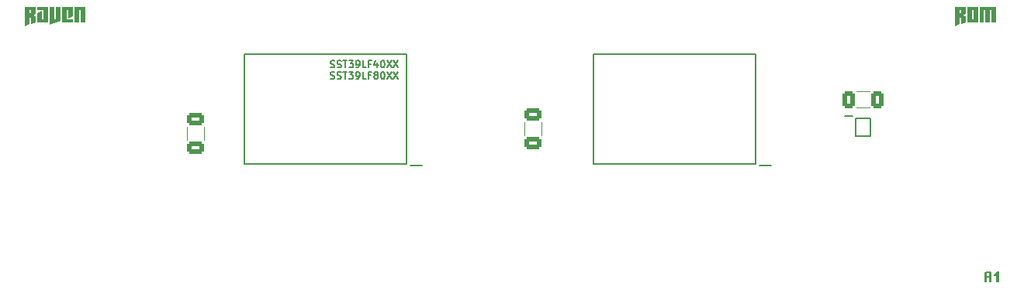
<source format=gto>
G04 #@! TF.GenerationSoftware,KiCad,Pcbnew,9.0.0*
G04 #@! TF.CreationDate,2025-04-30T20:38:20+02:00*
G04 #@! TF.ProjectId,simm72_rom_smd,73696d6d-3732-45f7-926f-6d5f736d642e,A1*
G04 #@! TF.SameCoordinates,Original*
G04 #@! TF.FileFunction,Legend,Top*
G04 #@! TF.FilePolarity,Positive*
%FSLAX46Y46*%
G04 Gerber Fmt 4.6, Leading zero omitted, Abs format (unit mm)*
G04 Created by KiCad (PCBNEW 9.0.0) date 2025-04-30 20:38:20*
%MOMM*%
%LPD*%
G01*
G04 APERTURE LIST*
G04 Aperture macros list*
%AMRoundRect*
0 Rectangle with rounded corners*
0 $1 Rounding radius*
0 $2 $3 $4 $5 $6 $7 $8 $9 X,Y pos of 4 corners*
0 Add a 4 corners polygon primitive as box body*
4,1,4,$2,$3,$4,$5,$6,$7,$8,$9,$2,$3,0*
0 Add four circle primitives for the rounded corners*
1,1,$1+$1,$2,$3*
1,1,$1+$1,$4,$5*
1,1,$1+$1,$6,$7*
1,1,$1+$1,$8,$9*
0 Add four rect primitives between the rounded corners*
20,1,$1+$1,$2,$3,$4,$5,0*
20,1,$1+$1,$4,$5,$6,$7,0*
20,1,$1+$1,$6,$7,$8,$9,0*
20,1,$1+$1,$8,$9,$2,$3,0*%
G04 Aperture macros list end*
%ADD10C,0.150000*%
%ADD11C,0.190500*%
%ADD12C,0.200000*%
%ADD13C,0.120000*%
%ADD14R,1.040000X2.540000*%
%ADD15R,1.300000X0.300000*%
%ADD16RoundRect,0.250000X-0.650000X0.412500X-0.650000X-0.412500X0.650000X-0.412500X0.650000X0.412500X0*%
%ADD17R,0.850000X0.300000*%
%ADD18RoundRect,0.250000X0.412500X0.650000X-0.412500X0.650000X-0.412500X-0.650000X0.412500X-0.650000X0*%
G04 APERTURE END LIST*
D10*
G36*
X157141533Y-113550121D02*
G01*
X157197953Y-113561722D01*
X157302550Y-113619669D01*
X157331887Y-113673106D01*
X157350361Y-113734467D01*
X157356864Y-113805110D01*
X157355765Y-114767000D01*
X157084105Y-114767000D01*
X157083006Y-114247251D01*
X156830765Y-114247251D01*
X156831864Y-114767000D01*
X156561120Y-114767000D01*
X156561120Y-113793325D01*
X156565837Y-113752659D01*
X156830765Y-113752659D01*
X156830765Y-114063580D01*
X157083006Y-114063580D01*
X157083006Y-113756262D01*
X157068627Y-113733120D01*
X157033822Y-113723594D01*
X156887185Y-113723594D01*
X156866668Y-113725426D01*
X156845144Y-113730005D01*
X156830765Y-113752659D01*
X156565837Y-113752659D01*
X156567884Y-113735010D01*
X156588451Y-113676253D01*
X156623677Y-113616433D01*
X156726168Y-113558425D01*
X156777459Y-113547495D01*
X156825635Y-113539923D01*
X157088227Y-113539923D01*
X157141533Y-113550121D01*
G37*
G36*
X158144180Y-114767000D02*
G01*
X157871422Y-114767000D01*
X157871422Y-114070419D01*
X157609930Y-114070419D01*
X157609930Y-113949030D01*
X157919599Y-113539923D01*
X158144180Y-113539923D01*
X158144180Y-114767000D01*
G37*
G36*
X154514431Y-85406251D02*
G01*
X154220423Y-85518236D01*
X154514431Y-85630344D01*
X154514431Y-86274290D01*
X154010497Y-86442329D01*
X154010497Y-85770295D01*
X153846182Y-85714241D01*
X153846182Y-86498260D01*
X153342248Y-86694265D01*
X153342248Y-85322231D01*
X153846182Y-85322231D01*
X154010497Y-85266300D01*
X154010497Y-84958309D01*
X153846182Y-84958309D01*
X153846182Y-85322231D01*
X153342248Y-85322231D01*
X153342248Y-84650319D01*
X154514431Y-84650319D01*
X154514431Y-85406251D01*
G37*
G36*
X155856789Y-86276000D02*
G01*
X154684607Y-86276000D01*
X154684607Y-85968009D01*
X155188541Y-85968009D01*
X155352855Y-85968009D01*
X155352855Y-84958309D01*
X155188541Y-84958309D01*
X155188541Y-85968009D01*
X154684607Y-85968009D01*
X154684607Y-84650319D01*
X155856789Y-84650319D01*
X155856789Y-86276000D01*
G37*
G36*
X156026966Y-86274290D02*
G01*
X156026966Y-84650319D01*
X157867397Y-84650319D01*
X157867397Y-86274290D01*
X157363463Y-86274290D01*
X157363463Y-84958309D01*
X157199148Y-84958309D01*
X157199148Y-86274290D01*
X156695214Y-86274290D01*
X156695214Y-84958309D01*
X156530900Y-84958309D01*
X156530900Y-86274290D01*
X156026966Y-86274290D01*
G37*
D11*
X85204470Y-91218777D02*
X85313328Y-91255062D01*
X85313328Y-91255062D02*
X85494756Y-91255062D01*
X85494756Y-91255062D02*
X85567328Y-91218777D01*
X85567328Y-91218777D02*
X85603613Y-91182491D01*
X85603613Y-91182491D02*
X85639899Y-91109919D01*
X85639899Y-91109919D02*
X85639899Y-91037348D01*
X85639899Y-91037348D02*
X85603613Y-90964777D01*
X85603613Y-90964777D02*
X85567328Y-90928491D01*
X85567328Y-90928491D02*
X85494756Y-90892205D01*
X85494756Y-90892205D02*
X85349613Y-90855919D01*
X85349613Y-90855919D02*
X85277042Y-90819634D01*
X85277042Y-90819634D02*
X85240756Y-90783348D01*
X85240756Y-90783348D02*
X85204470Y-90710777D01*
X85204470Y-90710777D02*
X85204470Y-90638205D01*
X85204470Y-90638205D02*
X85240756Y-90565634D01*
X85240756Y-90565634D02*
X85277042Y-90529348D01*
X85277042Y-90529348D02*
X85349613Y-90493062D01*
X85349613Y-90493062D02*
X85531042Y-90493062D01*
X85531042Y-90493062D02*
X85639899Y-90529348D01*
X85930184Y-91218777D02*
X86039042Y-91255062D01*
X86039042Y-91255062D02*
X86220470Y-91255062D01*
X86220470Y-91255062D02*
X86293042Y-91218777D01*
X86293042Y-91218777D02*
X86329327Y-91182491D01*
X86329327Y-91182491D02*
X86365613Y-91109919D01*
X86365613Y-91109919D02*
X86365613Y-91037348D01*
X86365613Y-91037348D02*
X86329327Y-90964777D01*
X86329327Y-90964777D02*
X86293042Y-90928491D01*
X86293042Y-90928491D02*
X86220470Y-90892205D01*
X86220470Y-90892205D02*
X86075327Y-90855919D01*
X86075327Y-90855919D02*
X86002756Y-90819634D01*
X86002756Y-90819634D02*
X85966470Y-90783348D01*
X85966470Y-90783348D02*
X85930184Y-90710777D01*
X85930184Y-90710777D02*
X85930184Y-90638205D01*
X85930184Y-90638205D02*
X85966470Y-90565634D01*
X85966470Y-90565634D02*
X86002756Y-90529348D01*
X86002756Y-90529348D02*
X86075327Y-90493062D01*
X86075327Y-90493062D02*
X86256756Y-90493062D01*
X86256756Y-90493062D02*
X86365613Y-90529348D01*
X86583327Y-90493062D02*
X87018756Y-90493062D01*
X86801041Y-91255062D02*
X86801041Y-90493062D01*
X87200184Y-90493062D02*
X87671898Y-90493062D01*
X87671898Y-90493062D02*
X87417898Y-90783348D01*
X87417898Y-90783348D02*
X87526755Y-90783348D01*
X87526755Y-90783348D02*
X87599327Y-90819634D01*
X87599327Y-90819634D02*
X87635612Y-90855919D01*
X87635612Y-90855919D02*
X87671898Y-90928491D01*
X87671898Y-90928491D02*
X87671898Y-91109919D01*
X87671898Y-91109919D02*
X87635612Y-91182491D01*
X87635612Y-91182491D02*
X87599327Y-91218777D01*
X87599327Y-91218777D02*
X87526755Y-91255062D01*
X87526755Y-91255062D02*
X87309041Y-91255062D01*
X87309041Y-91255062D02*
X87236469Y-91218777D01*
X87236469Y-91218777D02*
X87200184Y-91182491D01*
X88034755Y-91255062D02*
X88179898Y-91255062D01*
X88179898Y-91255062D02*
X88252469Y-91218777D01*
X88252469Y-91218777D02*
X88288755Y-91182491D01*
X88288755Y-91182491D02*
X88361326Y-91073634D01*
X88361326Y-91073634D02*
X88397612Y-90928491D01*
X88397612Y-90928491D02*
X88397612Y-90638205D01*
X88397612Y-90638205D02*
X88361326Y-90565634D01*
X88361326Y-90565634D02*
X88325041Y-90529348D01*
X88325041Y-90529348D02*
X88252469Y-90493062D01*
X88252469Y-90493062D02*
X88107326Y-90493062D01*
X88107326Y-90493062D02*
X88034755Y-90529348D01*
X88034755Y-90529348D02*
X87998469Y-90565634D01*
X87998469Y-90565634D02*
X87962183Y-90638205D01*
X87962183Y-90638205D02*
X87962183Y-90819634D01*
X87962183Y-90819634D02*
X87998469Y-90892205D01*
X87998469Y-90892205D02*
X88034755Y-90928491D01*
X88034755Y-90928491D02*
X88107326Y-90964777D01*
X88107326Y-90964777D02*
X88252469Y-90964777D01*
X88252469Y-90964777D02*
X88325041Y-90928491D01*
X88325041Y-90928491D02*
X88361326Y-90892205D01*
X88361326Y-90892205D02*
X88397612Y-90819634D01*
X89087040Y-91255062D02*
X88724183Y-91255062D01*
X88724183Y-91255062D02*
X88724183Y-90493062D01*
X89595040Y-90855919D02*
X89341040Y-90855919D01*
X89341040Y-91255062D02*
X89341040Y-90493062D01*
X89341040Y-90493062D02*
X89703897Y-90493062D01*
X90320755Y-90747062D02*
X90320755Y-91255062D01*
X90139326Y-90456777D02*
X89957897Y-91001062D01*
X89957897Y-91001062D02*
X90429612Y-91001062D01*
X90865040Y-90493062D02*
X90937611Y-90493062D01*
X90937611Y-90493062D02*
X91010183Y-90529348D01*
X91010183Y-90529348D02*
X91046469Y-90565634D01*
X91046469Y-90565634D02*
X91082754Y-90638205D01*
X91082754Y-90638205D02*
X91119040Y-90783348D01*
X91119040Y-90783348D02*
X91119040Y-90964777D01*
X91119040Y-90964777D02*
X91082754Y-91109919D01*
X91082754Y-91109919D02*
X91046469Y-91182491D01*
X91046469Y-91182491D02*
X91010183Y-91218777D01*
X91010183Y-91218777D02*
X90937611Y-91255062D01*
X90937611Y-91255062D02*
X90865040Y-91255062D01*
X90865040Y-91255062D02*
X90792469Y-91218777D01*
X90792469Y-91218777D02*
X90756183Y-91182491D01*
X90756183Y-91182491D02*
X90719897Y-91109919D01*
X90719897Y-91109919D02*
X90683611Y-90964777D01*
X90683611Y-90964777D02*
X90683611Y-90783348D01*
X90683611Y-90783348D02*
X90719897Y-90638205D01*
X90719897Y-90638205D02*
X90756183Y-90565634D01*
X90756183Y-90565634D02*
X90792469Y-90529348D01*
X90792469Y-90529348D02*
X90865040Y-90493062D01*
X91373040Y-90493062D02*
X91881040Y-91255062D01*
X91881040Y-90493062D02*
X91373040Y-91255062D01*
X92098754Y-90493062D02*
X92606754Y-91255062D01*
X92606754Y-90493062D02*
X92098754Y-91255062D01*
X85204470Y-92445554D02*
X85313328Y-92481839D01*
X85313328Y-92481839D02*
X85494756Y-92481839D01*
X85494756Y-92481839D02*
X85567328Y-92445554D01*
X85567328Y-92445554D02*
X85603613Y-92409268D01*
X85603613Y-92409268D02*
X85639899Y-92336696D01*
X85639899Y-92336696D02*
X85639899Y-92264125D01*
X85639899Y-92264125D02*
X85603613Y-92191554D01*
X85603613Y-92191554D02*
X85567328Y-92155268D01*
X85567328Y-92155268D02*
X85494756Y-92118982D01*
X85494756Y-92118982D02*
X85349613Y-92082696D01*
X85349613Y-92082696D02*
X85277042Y-92046411D01*
X85277042Y-92046411D02*
X85240756Y-92010125D01*
X85240756Y-92010125D02*
X85204470Y-91937554D01*
X85204470Y-91937554D02*
X85204470Y-91864982D01*
X85204470Y-91864982D02*
X85240756Y-91792411D01*
X85240756Y-91792411D02*
X85277042Y-91756125D01*
X85277042Y-91756125D02*
X85349613Y-91719839D01*
X85349613Y-91719839D02*
X85531042Y-91719839D01*
X85531042Y-91719839D02*
X85639899Y-91756125D01*
X85930184Y-92445554D02*
X86039042Y-92481839D01*
X86039042Y-92481839D02*
X86220470Y-92481839D01*
X86220470Y-92481839D02*
X86293042Y-92445554D01*
X86293042Y-92445554D02*
X86329327Y-92409268D01*
X86329327Y-92409268D02*
X86365613Y-92336696D01*
X86365613Y-92336696D02*
X86365613Y-92264125D01*
X86365613Y-92264125D02*
X86329327Y-92191554D01*
X86329327Y-92191554D02*
X86293042Y-92155268D01*
X86293042Y-92155268D02*
X86220470Y-92118982D01*
X86220470Y-92118982D02*
X86075327Y-92082696D01*
X86075327Y-92082696D02*
X86002756Y-92046411D01*
X86002756Y-92046411D02*
X85966470Y-92010125D01*
X85966470Y-92010125D02*
X85930184Y-91937554D01*
X85930184Y-91937554D02*
X85930184Y-91864982D01*
X85930184Y-91864982D02*
X85966470Y-91792411D01*
X85966470Y-91792411D02*
X86002756Y-91756125D01*
X86002756Y-91756125D02*
X86075327Y-91719839D01*
X86075327Y-91719839D02*
X86256756Y-91719839D01*
X86256756Y-91719839D02*
X86365613Y-91756125D01*
X86583327Y-91719839D02*
X87018756Y-91719839D01*
X86801041Y-92481839D02*
X86801041Y-91719839D01*
X87200184Y-91719839D02*
X87671898Y-91719839D01*
X87671898Y-91719839D02*
X87417898Y-92010125D01*
X87417898Y-92010125D02*
X87526755Y-92010125D01*
X87526755Y-92010125D02*
X87599327Y-92046411D01*
X87599327Y-92046411D02*
X87635612Y-92082696D01*
X87635612Y-92082696D02*
X87671898Y-92155268D01*
X87671898Y-92155268D02*
X87671898Y-92336696D01*
X87671898Y-92336696D02*
X87635612Y-92409268D01*
X87635612Y-92409268D02*
X87599327Y-92445554D01*
X87599327Y-92445554D02*
X87526755Y-92481839D01*
X87526755Y-92481839D02*
X87309041Y-92481839D01*
X87309041Y-92481839D02*
X87236469Y-92445554D01*
X87236469Y-92445554D02*
X87200184Y-92409268D01*
X88034755Y-92481839D02*
X88179898Y-92481839D01*
X88179898Y-92481839D02*
X88252469Y-92445554D01*
X88252469Y-92445554D02*
X88288755Y-92409268D01*
X88288755Y-92409268D02*
X88361326Y-92300411D01*
X88361326Y-92300411D02*
X88397612Y-92155268D01*
X88397612Y-92155268D02*
X88397612Y-91864982D01*
X88397612Y-91864982D02*
X88361326Y-91792411D01*
X88361326Y-91792411D02*
X88325041Y-91756125D01*
X88325041Y-91756125D02*
X88252469Y-91719839D01*
X88252469Y-91719839D02*
X88107326Y-91719839D01*
X88107326Y-91719839D02*
X88034755Y-91756125D01*
X88034755Y-91756125D02*
X87998469Y-91792411D01*
X87998469Y-91792411D02*
X87962183Y-91864982D01*
X87962183Y-91864982D02*
X87962183Y-92046411D01*
X87962183Y-92046411D02*
X87998469Y-92118982D01*
X87998469Y-92118982D02*
X88034755Y-92155268D01*
X88034755Y-92155268D02*
X88107326Y-92191554D01*
X88107326Y-92191554D02*
X88252469Y-92191554D01*
X88252469Y-92191554D02*
X88325041Y-92155268D01*
X88325041Y-92155268D02*
X88361326Y-92118982D01*
X88361326Y-92118982D02*
X88397612Y-92046411D01*
X89087040Y-92481839D02*
X88724183Y-92481839D01*
X88724183Y-92481839D02*
X88724183Y-91719839D01*
X89595040Y-92082696D02*
X89341040Y-92082696D01*
X89341040Y-92481839D02*
X89341040Y-91719839D01*
X89341040Y-91719839D02*
X89703897Y-91719839D01*
X90103040Y-92046411D02*
X90030469Y-92010125D01*
X90030469Y-92010125D02*
X89994183Y-91973839D01*
X89994183Y-91973839D02*
X89957897Y-91901268D01*
X89957897Y-91901268D02*
X89957897Y-91864982D01*
X89957897Y-91864982D02*
X89994183Y-91792411D01*
X89994183Y-91792411D02*
X90030469Y-91756125D01*
X90030469Y-91756125D02*
X90103040Y-91719839D01*
X90103040Y-91719839D02*
X90248183Y-91719839D01*
X90248183Y-91719839D02*
X90320755Y-91756125D01*
X90320755Y-91756125D02*
X90357040Y-91792411D01*
X90357040Y-91792411D02*
X90393326Y-91864982D01*
X90393326Y-91864982D02*
X90393326Y-91901268D01*
X90393326Y-91901268D02*
X90357040Y-91973839D01*
X90357040Y-91973839D02*
X90320755Y-92010125D01*
X90320755Y-92010125D02*
X90248183Y-92046411D01*
X90248183Y-92046411D02*
X90103040Y-92046411D01*
X90103040Y-92046411D02*
X90030469Y-92082696D01*
X90030469Y-92082696D02*
X89994183Y-92118982D01*
X89994183Y-92118982D02*
X89957897Y-92191554D01*
X89957897Y-92191554D02*
X89957897Y-92336696D01*
X89957897Y-92336696D02*
X89994183Y-92409268D01*
X89994183Y-92409268D02*
X90030469Y-92445554D01*
X90030469Y-92445554D02*
X90103040Y-92481839D01*
X90103040Y-92481839D02*
X90248183Y-92481839D01*
X90248183Y-92481839D02*
X90320755Y-92445554D01*
X90320755Y-92445554D02*
X90357040Y-92409268D01*
X90357040Y-92409268D02*
X90393326Y-92336696D01*
X90393326Y-92336696D02*
X90393326Y-92191554D01*
X90393326Y-92191554D02*
X90357040Y-92118982D01*
X90357040Y-92118982D02*
X90320755Y-92082696D01*
X90320755Y-92082696D02*
X90248183Y-92046411D01*
X90865040Y-91719839D02*
X90937611Y-91719839D01*
X90937611Y-91719839D02*
X91010183Y-91756125D01*
X91010183Y-91756125D02*
X91046469Y-91792411D01*
X91046469Y-91792411D02*
X91082754Y-91864982D01*
X91082754Y-91864982D02*
X91119040Y-92010125D01*
X91119040Y-92010125D02*
X91119040Y-92191554D01*
X91119040Y-92191554D02*
X91082754Y-92336696D01*
X91082754Y-92336696D02*
X91046469Y-92409268D01*
X91046469Y-92409268D02*
X91010183Y-92445554D01*
X91010183Y-92445554D02*
X90937611Y-92481839D01*
X90937611Y-92481839D02*
X90865040Y-92481839D01*
X90865040Y-92481839D02*
X90792469Y-92445554D01*
X90792469Y-92445554D02*
X90756183Y-92409268D01*
X90756183Y-92409268D02*
X90719897Y-92336696D01*
X90719897Y-92336696D02*
X90683611Y-92191554D01*
X90683611Y-92191554D02*
X90683611Y-92010125D01*
X90683611Y-92010125D02*
X90719897Y-91864982D01*
X90719897Y-91864982D02*
X90756183Y-91792411D01*
X90756183Y-91792411D02*
X90792469Y-91756125D01*
X90792469Y-91756125D02*
X90865040Y-91719839D01*
X91373040Y-91719839D02*
X91881040Y-92481839D01*
X91881040Y-91719839D02*
X91373040Y-92481839D01*
X92098754Y-91719839D02*
X92606754Y-92481839D01*
X92606754Y-91719839D02*
X92098754Y-92481839D01*
D10*
G36*
X53041431Y-85406251D02*
G01*
X52747423Y-85518236D01*
X53041431Y-85630344D01*
X53041431Y-86274290D01*
X52537497Y-86442329D01*
X52537497Y-85770295D01*
X52373182Y-85714241D01*
X52373182Y-86498260D01*
X51869248Y-86694265D01*
X51869248Y-85322231D01*
X52373182Y-85322231D01*
X52537497Y-85266300D01*
X52537497Y-84958309D01*
X52373182Y-84958309D01*
X52373182Y-85322231D01*
X51869248Y-85322231D01*
X51869248Y-84650319D01*
X53041431Y-84650319D01*
X53041431Y-85406251D01*
G37*
G36*
X53211607Y-85266788D02*
G01*
X53715541Y-85070539D01*
X53715541Y-85968009D01*
X53879855Y-85968009D01*
X53879855Y-84958309D01*
X53207943Y-84958309D01*
X53207943Y-84650319D01*
X54383789Y-84650319D01*
X54383789Y-86276000D01*
X53211607Y-86276000D01*
X53211607Y-85266788D01*
G37*
G36*
X54553966Y-84652029D02*
G01*
X55057900Y-84652029D01*
X55057900Y-86023941D01*
X55222214Y-85968009D01*
X55222214Y-84652029D01*
X55726148Y-84652029D01*
X55726148Y-86136048D01*
X54553966Y-86556024D01*
X54553966Y-84652029D01*
G37*
G36*
X57068507Y-85659531D02*
G01*
X56564573Y-85883868D01*
X56564573Y-84958309D01*
X56400258Y-84958309D01*
X56400258Y-85968009D01*
X57072170Y-85968009D01*
X57072170Y-86276000D01*
X55896324Y-86276000D01*
X55896324Y-84650319D01*
X57068507Y-84650319D01*
X57068507Y-85659531D01*
G37*
G36*
X58410866Y-86274290D02*
G01*
X57906931Y-86274290D01*
X57906931Y-84958309D01*
X57742617Y-84958309D01*
X57742617Y-86274290D01*
X57238683Y-86274290D01*
X57238683Y-84650319D01*
X58410866Y-84650319D01*
X58410866Y-86274290D01*
G37*
D12*
X133280000Y-102010000D02*
X131980000Y-102010000D01*
X131630000Y-101760000D02*
X113930000Y-101760000D01*
X131630000Y-89760000D02*
X131630000Y-101760000D01*
X113930000Y-101760000D02*
X113930000Y-89760000D01*
X113930000Y-89760000D02*
X131630000Y-89760000D01*
D13*
X108196000Y-97207748D02*
X108196000Y-98630252D01*
X106376000Y-97207748D02*
X106376000Y-98630252D01*
D12*
X141354000Y-96542000D02*
X142204000Y-96542000D01*
X142554000Y-96792000D02*
X144154000Y-96792000D01*
X142554000Y-98792000D02*
X142554000Y-96792000D01*
X144154000Y-96792000D02*
X144154000Y-98792000D01*
X144154000Y-98792000D02*
X142554000Y-98792000D01*
D13*
X71366000Y-97715748D02*
X71366000Y-99138252D01*
X69546000Y-97715748D02*
X69546000Y-99138252D01*
X144065252Y-95654000D02*
X142642748Y-95654000D01*
X144065252Y-93834000D02*
X142642748Y-93834000D01*
D12*
X95180000Y-102010000D02*
X93880000Y-102010000D01*
X93530000Y-101760000D02*
X75830000Y-101760000D01*
X93530000Y-89760000D02*
X93530000Y-101760000D01*
X75830000Y-101760000D02*
X75830000Y-89760000D01*
X75830000Y-89760000D02*
X93530000Y-89760000D01*
%LPC*%
D14*
X57375000Y-113921000D03*
X58645000Y-113921000D03*
X59915000Y-113921000D03*
X61185000Y-113921000D03*
X62455000Y-113921000D03*
X63725000Y-113921000D03*
X64995000Y-113921000D03*
X66265000Y-113921000D03*
X67535000Y-113921000D03*
X68805000Y-113921000D03*
X70075000Y-113921000D03*
X71345000Y-113921000D03*
X72615000Y-113921000D03*
X73885000Y-113921000D03*
X75155000Y-113921000D03*
X76425000Y-113921000D03*
X77695000Y-113921000D03*
X78965000Y-113921000D03*
X80235000Y-113921000D03*
X81505000Y-113921000D03*
X82775000Y-113921000D03*
X84045000Y-113921000D03*
X85315000Y-113921000D03*
X86585000Y-113921000D03*
X87855000Y-113921000D03*
X89125000Y-113921000D03*
X90395000Y-113921000D03*
X91665000Y-113921000D03*
X92935000Y-113921000D03*
X94205000Y-113921000D03*
X95475000Y-113921000D03*
X96745000Y-113921000D03*
X98015000Y-113921000D03*
X99285000Y-113921000D03*
X100555000Y-113921000D03*
X101825000Y-113921000D03*
X108175000Y-113921000D03*
X109445000Y-113921000D03*
X110715000Y-113921000D03*
X111985000Y-113921000D03*
X113255000Y-113921000D03*
X114525000Y-113921000D03*
X115795000Y-113921000D03*
X117065000Y-113921000D03*
X118335000Y-113921000D03*
X119605000Y-113921000D03*
X120875000Y-113921000D03*
X122145000Y-113921000D03*
X123415000Y-113921000D03*
X124685000Y-113921000D03*
X125955000Y-113921000D03*
X127225000Y-113921000D03*
X128495000Y-113921000D03*
X129765000Y-113921000D03*
X131035000Y-113921000D03*
X132305000Y-113921000D03*
X133575000Y-113921000D03*
X134845000Y-113921000D03*
X136115000Y-113921000D03*
X137385000Y-113921000D03*
X138655000Y-113921000D03*
X139925000Y-113921000D03*
X141195000Y-113921000D03*
X142465000Y-113921000D03*
X143735000Y-113921000D03*
X145005000Y-113921000D03*
X146275000Y-113921000D03*
X147545000Y-113921000D03*
X148815000Y-113921000D03*
X150085000Y-113921000D03*
X151355000Y-113921000D03*
X152625000Y-113921000D03*
D15*
X132630000Y-101510000D03*
X132630000Y-101010000D03*
X132630000Y-100510000D03*
X132630000Y-100010000D03*
X132630000Y-99510000D03*
X132630000Y-99010000D03*
X132630000Y-98510000D03*
X132630000Y-98010000D03*
X132630000Y-97510000D03*
X132630000Y-97010000D03*
X132630000Y-96510000D03*
X132630000Y-96010000D03*
X132630000Y-95510000D03*
X132630000Y-95010000D03*
X132630000Y-94510000D03*
X132630000Y-94010000D03*
X132630000Y-93510000D03*
X132630000Y-93010000D03*
X132630000Y-92510000D03*
X132630000Y-92010000D03*
X132630000Y-91510000D03*
X132630000Y-91010000D03*
X132630000Y-90510000D03*
X132630000Y-90010000D03*
X112930000Y-90010000D03*
X112930000Y-90510000D03*
X112930000Y-91010000D03*
X112930000Y-91510000D03*
X112930000Y-92010000D03*
X112930000Y-92510000D03*
X112930000Y-93010000D03*
X112930000Y-93510000D03*
X112930000Y-94010000D03*
X112930000Y-94510000D03*
X112930000Y-95010000D03*
X112930000Y-95510000D03*
X112930000Y-96010000D03*
X112930000Y-96510000D03*
X112930000Y-97010000D03*
X112930000Y-97510000D03*
X112930000Y-98010000D03*
X112930000Y-98510000D03*
X112930000Y-99010000D03*
X112930000Y-99510000D03*
X112930000Y-100010000D03*
X112930000Y-100510000D03*
X112930000Y-101010000D03*
X112930000Y-101510000D03*
D16*
X107286000Y-96356500D03*
X107286000Y-99481500D03*
D17*
X141779000Y-97042000D03*
X141779000Y-97542000D03*
X141779000Y-98042000D03*
X141779000Y-98542000D03*
X144929000Y-98542000D03*
X144929000Y-98042000D03*
X144929000Y-97542000D03*
X144929000Y-97042000D03*
D16*
X70456000Y-96864500D03*
X70456000Y-99989500D03*
D18*
X144916500Y-94744000D03*
X141791500Y-94744000D03*
D15*
X94530000Y-101510000D03*
X94530000Y-101010000D03*
X94530000Y-100510000D03*
X94530000Y-100010000D03*
X94530000Y-99510000D03*
X94530000Y-99010000D03*
X94530000Y-98510000D03*
X94530000Y-98010000D03*
X94530000Y-97510000D03*
X94530000Y-97010000D03*
X94530000Y-96510000D03*
X94530000Y-96010000D03*
X94530000Y-95510000D03*
X94530000Y-95010000D03*
X94530000Y-94510000D03*
X94530000Y-94010000D03*
X94530000Y-93510000D03*
X94530000Y-93010000D03*
X94530000Y-92510000D03*
X94530000Y-92010000D03*
X94530000Y-91510000D03*
X94530000Y-91010000D03*
X94530000Y-90510000D03*
X94530000Y-90010000D03*
X74830000Y-90010000D03*
X74830000Y-90510000D03*
X74830000Y-91010000D03*
X74830000Y-91510000D03*
X74830000Y-92010000D03*
X74830000Y-92510000D03*
X74830000Y-93010000D03*
X74830000Y-93510000D03*
X74830000Y-94010000D03*
X74830000Y-94510000D03*
X74830000Y-95010000D03*
X74830000Y-95510000D03*
X74830000Y-96010000D03*
X74830000Y-96510000D03*
X74830000Y-97010000D03*
X74830000Y-97510000D03*
X74830000Y-98010000D03*
X74830000Y-98510000D03*
X74830000Y-99010000D03*
X74830000Y-99510000D03*
X74830000Y-100010000D03*
X74830000Y-100510000D03*
X74830000Y-101010000D03*
X74830000Y-101510000D03*
%LPD*%
M02*

</source>
